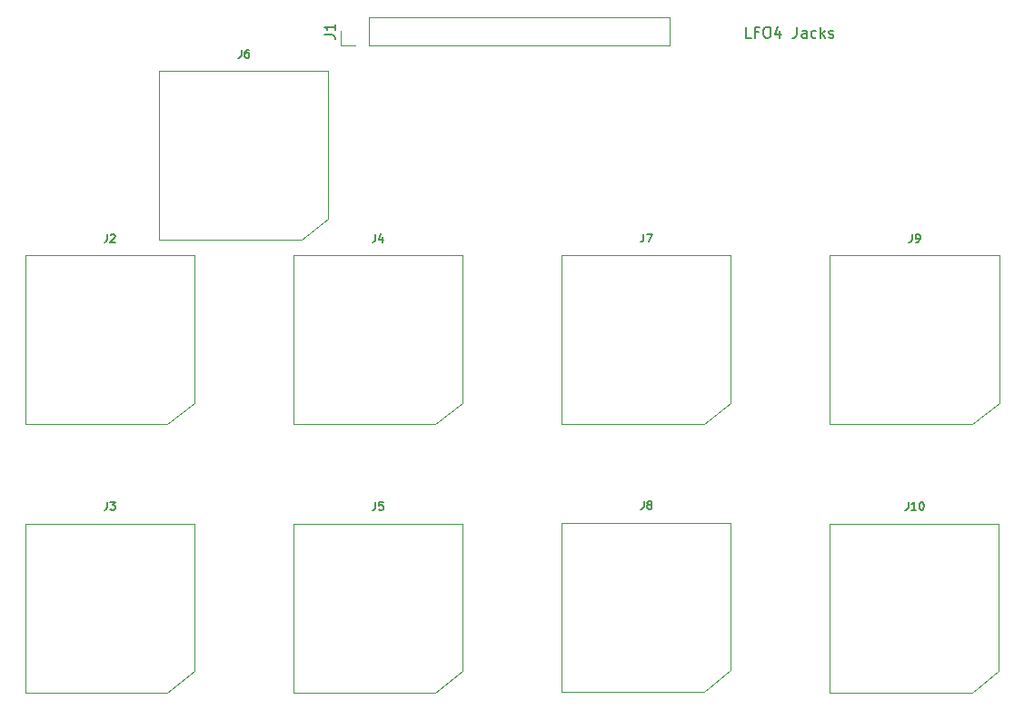
<source format=gbr>
%TF.GenerationSoftware,KiCad,Pcbnew,(5.1.9)-1*%
%TF.CreationDate,2021-08-20T18:58:32+01:00*%
%TF.ProjectId,KOSMOS LFO6 Jack Panel,4b4f534d-4f53-4204-9c46-4f36204a6163,rev?*%
%TF.SameCoordinates,Original*%
%TF.FileFunction,Legend,Top*%
%TF.FilePolarity,Positive*%
%FSLAX46Y46*%
G04 Gerber Fmt 4.6, Leading zero omitted, Abs format (unit mm)*
G04 Created by KiCad (PCBNEW (5.1.9)-1) date 2021-08-20 18:58:32*
%MOMM*%
%LPD*%
G01*
G04 APERTURE LIST*
%ADD10C,0.150000*%
%ADD11C,0.120000*%
G04 APERTURE END LIST*
D10*
X86208571Y-18492380D02*
X85732380Y-18492380D01*
X85732380Y-17492380D01*
X86875238Y-17968571D02*
X86541904Y-17968571D01*
X86541904Y-18492380D02*
X86541904Y-17492380D01*
X87018095Y-17492380D01*
X87589523Y-17492380D02*
X87780000Y-17492380D01*
X87875238Y-17540000D01*
X87970476Y-17635238D01*
X88018095Y-17825714D01*
X88018095Y-18159047D01*
X87970476Y-18349523D01*
X87875238Y-18444761D01*
X87780000Y-18492380D01*
X87589523Y-18492380D01*
X87494285Y-18444761D01*
X87399047Y-18349523D01*
X87351428Y-18159047D01*
X87351428Y-17825714D01*
X87399047Y-17635238D01*
X87494285Y-17540000D01*
X87589523Y-17492380D01*
X88875238Y-17825714D02*
X88875238Y-18492380D01*
X88637142Y-17444761D02*
X88399047Y-18159047D01*
X89018095Y-18159047D01*
X90446666Y-17492380D02*
X90446666Y-18206666D01*
X90399047Y-18349523D01*
X90303809Y-18444761D01*
X90160952Y-18492380D01*
X90065714Y-18492380D01*
X91351428Y-18492380D02*
X91351428Y-17968571D01*
X91303809Y-17873333D01*
X91208571Y-17825714D01*
X91018095Y-17825714D01*
X90922857Y-17873333D01*
X91351428Y-18444761D02*
X91256190Y-18492380D01*
X91018095Y-18492380D01*
X90922857Y-18444761D01*
X90875238Y-18349523D01*
X90875238Y-18254285D01*
X90922857Y-18159047D01*
X91018095Y-18111428D01*
X91256190Y-18111428D01*
X91351428Y-18063809D01*
X92256190Y-18444761D02*
X92160952Y-18492380D01*
X91970476Y-18492380D01*
X91875238Y-18444761D01*
X91827619Y-18397142D01*
X91780000Y-18301904D01*
X91780000Y-18016190D01*
X91827619Y-17920952D01*
X91875238Y-17873333D01*
X91970476Y-17825714D01*
X92160952Y-17825714D01*
X92256190Y-17873333D01*
X92684761Y-18492380D02*
X92684761Y-17492380D01*
X92780000Y-18111428D02*
X93065714Y-18492380D01*
X93065714Y-17825714D02*
X92684761Y-18206666D01*
X93446666Y-18444761D02*
X93541904Y-18492380D01*
X93732380Y-18492380D01*
X93827619Y-18444761D01*
X93875238Y-18349523D01*
X93875238Y-18301904D01*
X93827619Y-18206666D01*
X93732380Y-18159047D01*
X93589523Y-18159047D01*
X93494285Y-18111428D01*
X93446666Y-18016190D01*
X93446666Y-17968571D01*
X93494285Y-17873333D01*
X93589523Y-17825714D01*
X93732380Y-17825714D01*
X93827619Y-17873333D01*
D11*
%TO.C,J1*%
X47970000Y-19210000D02*
X47970000Y-17880000D01*
X49300000Y-19210000D02*
X47970000Y-19210000D01*
X50570000Y-19210000D02*
X50570000Y-16550000D01*
X50570000Y-16550000D02*
X78570000Y-16550000D01*
X50570000Y-19210000D02*
X78570000Y-19210000D01*
X78570000Y-19210000D02*
X78570000Y-16550000D01*
%TO.C,J2*%
X31780000Y-54550000D02*
X18530000Y-54550000D01*
X34280000Y-38800000D02*
X34280000Y-52500000D01*
X34280000Y-52500000D02*
X34280000Y-52550000D01*
X18530000Y-38800000D02*
X34280000Y-38800000D01*
X18530000Y-54550000D02*
X18530000Y-38800000D01*
X34280000Y-52550000D02*
X31780000Y-54550000D01*
%TO.C,J3*%
X34280000Y-77540000D02*
X31780000Y-79540000D01*
X18530000Y-79540000D02*
X18530000Y-63790000D01*
X18530000Y-63790000D02*
X34280000Y-63790000D01*
X34280000Y-77490000D02*
X34280000Y-77540000D01*
X34280000Y-63790000D02*
X34280000Y-77490000D01*
X31780000Y-79540000D02*
X18530000Y-79540000D01*
%TO.C,J4*%
X56760000Y-54550000D02*
X43510000Y-54550000D01*
X59260000Y-38800000D02*
X59260000Y-52500000D01*
X59260000Y-52500000D02*
X59260000Y-52550000D01*
X43510000Y-38800000D02*
X59260000Y-38800000D01*
X43510000Y-54550000D02*
X43510000Y-38800000D01*
X59260000Y-52550000D02*
X56760000Y-54550000D01*
%TO.C,J5*%
X59280000Y-77530000D02*
X56780000Y-79530000D01*
X43530000Y-79530000D02*
X43530000Y-63780000D01*
X43530000Y-63780000D02*
X59280000Y-63780000D01*
X59280000Y-77480000D02*
X59280000Y-77530000D01*
X59280000Y-63780000D02*
X59280000Y-77480000D01*
X56780000Y-79530000D02*
X43530000Y-79530000D01*
%TO.C,J6*%
X44280000Y-37360000D02*
X31030000Y-37360000D01*
X46780000Y-21610000D02*
X46780000Y-35310000D01*
X46780000Y-35310000D02*
X46780000Y-35360000D01*
X31030000Y-21610000D02*
X46780000Y-21610000D01*
X31030000Y-37360000D02*
X31030000Y-21610000D01*
X46780000Y-35360000D02*
X44280000Y-37360000D01*
%TO.C,J7*%
X81780000Y-54540000D02*
X68530000Y-54540000D01*
X84280000Y-38790000D02*
X84280000Y-52490000D01*
X84280000Y-52490000D02*
X84280000Y-52540000D01*
X68530000Y-38790000D02*
X84280000Y-38790000D01*
X68530000Y-54540000D02*
X68530000Y-38790000D01*
X84280000Y-52540000D02*
X81780000Y-54540000D01*
%TO.C,J8*%
X84290000Y-77450000D02*
X81790000Y-79450000D01*
X68540000Y-79450000D02*
X68540000Y-63700000D01*
X68540000Y-63700000D02*
X84290000Y-63700000D01*
X84290000Y-77400000D02*
X84290000Y-77450000D01*
X84290000Y-63700000D02*
X84290000Y-77400000D01*
X81790000Y-79450000D02*
X68540000Y-79450000D01*
%TO.C,J9*%
X106790000Y-54550000D02*
X93540000Y-54550000D01*
X109290000Y-38800000D02*
X109290000Y-52500000D01*
X109290000Y-52500000D02*
X109290000Y-52550000D01*
X93540000Y-38800000D02*
X109290000Y-38800000D01*
X93540000Y-54550000D02*
X93540000Y-38800000D01*
X109290000Y-52550000D02*
X106790000Y-54550000D01*
%TO.C,J10*%
X109280000Y-77540000D02*
X106780000Y-79540000D01*
X93530000Y-79540000D02*
X93530000Y-63790000D01*
X93530000Y-63790000D02*
X109280000Y-63790000D01*
X109280000Y-77490000D02*
X109280000Y-77540000D01*
X109280000Y-63790000D02*
X109280000Y-77490000D01*
X106780000Y-79540000D02*
X93530000Y-79540000D01*
%TO.C,J1*%
D10*
X46422380Y-18213333D02*
X47136666Y-18213333D01*
X47279523Y-18260952D01*
X47374761Y-18356190D01*
X47422380Y-18499047D01*
X47422380Y-18594285D01*
X47422380Y-17213333D02*
X47422380Y-17784761D01*
X47422380Y-17499047D02*
X46422380Y-17499047D01*
X46565238Y-17594285D01*
X46660476Y-17689523D01*
X46708095Y-17784761D01*
%TO.C,J2*%
X26180000Y-36789285D02*
X26180000Y-37325000D01*
X26144285Y-37432142D01*
X26072857Y-37503571D01*
X25965714Y-37539285D01*
X25894285Y-37539285D01*
X26501428Y-36860714D02*
X26537142Y-36825000D01*
X26608571Y-36789285D01*
X26787142Y-36789285D01*
X26858571Y-36825000D01*
X26894285Y-36860714D01*
X26930000Y-36932142D01*
X26930000Y-37003571D01*
X26894285Y-37110714D01*
X26465714Y-37539285D01*
X26930000Y-37539285D01*
%TO.C,J3*%
X26180000Y-61779285D02*
X26180000Y-62315000D01*
X26144285Y-62422142D01*
X26072857Y-62493571D01*
X25965714Y-62529285D01*
X25894285Y-62529285D01*
X26465714Y-61779285D02*
X26930000Y-61779285D01*
X26680000Y-62065000D01*
X26787142Y-62065000D01*
X26858571Y-62100714D01*
X26894285Y-62136428D01*
X26930000Y-62207857D01*
X26930000Y-62386428D01*
X26894285Y-62457857D01*
X26858571Y-62493571D01*
X26787142Y-62529285D01*
X26572857Y-62529285D01*
X26501428Y-62493571D01*
X26465714Y-62457857D01*
%TO.C,J4*%
X51160000Y-36789285D02*
X51160000Y-37325000D01*
X51124285Y-37432142D01*
X51052857Y-37503571D01*
X50945714Y-37539285D01*
X50874285Y-37539285D01*
X51838571Y-37039285D02*
X51838571Y-37539285D01*
X51660000Y-36753571D02*
X51481428Y-37289285D01*
X51945714Y-37289285D01*
%TO.C,J5*%
X51180000Y-61769285D02*
X51180000Y-62305000D01*
X51144285Y-62412142D01*
X51072857Y-62483571D01*
X50965714Y-62519285D01*
X50894285Y-62519285D01*
X51894285Y-61769285D02*
X51537142Y-61769285D01*
X51501428Y-62126428D01*
X51537142Y-62090714D01*
X51608571Y-62055000D01*
X51787142Y-62055000D01*
X51858571Y-62090714D01*
X51894285Y-62126428D01*
X51930000Y-62197857D01*
X51930000Y-62376428D01*
X51894285Y-62447857D01*
X51858571Y-62483571D01*
X51787142Y-62519285D01*
X51608571Y-62519285D01*
X51537142Y-62483571D01*
X51501428Y-62447857D01*
%TO.C,J6*%
X38680000Y-19599285D02*
X38680000Y-20135000D01*
X38644285Y-20242142D01*
X38572857Y-20313571D01*
X38465714Y-20349285D01*
X38394285Y-20349285D01*
X39358571Y-19599285D02*
X39215714Y-19599285D01*
X39144285Y-19635000D01*
X39108571Y-19670714D01*
X39037142Y-19777857D01*
X39001428Y-19920714D01*
X39001428Y-20206428D01*
X39037142Y-20277857D01*
X39072857Y-20313571D01*
X39144285Y-20349285D01*
X39287142Y-20349285D01*
X39358571Y-20313571D01*
X39394285Y-20277857D01*
X39430000Y-20206428D01*
X39430000Y-20027857D01*
X39394285Y-19956428D01*
X39358571Y-19920714D01*
X39287142Y-19885000D01*
X39144285Y-19885000D01*
X39072857Y-19920714D01*
X39037142Y-19956428D01*
X39001428Y-20027857D01*
%TO.C,J7*%
X76180000Y-36779285D02*
X76180000Y-37315000D01*
X76144285Y-37422142D01*
X76072857Y-37493571D01*
X75965714Y-37529285D01*
X75894285Y-37529285D01*
X76465714Y-36779285D02*
X76965714Y-36779285D01*
X76644285Y-37529285D01*
%TO.C,J8*%
X76190000Y-61689285D02*
X76190000Y-62225000D01*
X76154285Y-62332142D01*
X76082857Y-62403571D01*
X75975714Y-62439285D01*
X75904285Y-62439285D01*
X76654285Y-62010714D02*
X76582857Y-61975000D01*
X76547142Y-61939285D01*
X76511428Y-61867857D01*
X76511428Y-61832142D01*
X76547142Y-61760714D01*
X76582857Y-61725000D01*
X76654285Y-61689285D01*
X76797142Y-61689285D01*
X76868571Y-61725000D01*
X76904285Y-61760714D01*
X76940000Y-61832142D01*
X76940000Y-61867857D01*
X76904285Y-61939285D01*
X76868571Y-61975000D01*
X76797142Y-62010714D01*
X76654285Y-62010714D01*
X76582857Y-62046428D01*
X76547142Y-62082142D01*
X76511428Y-62153571D01*
X76511428Y-62296428D01*
X76547142Y-62367857D01*
X76582857Y-62403571D01*
X76654285Y-62439285D01*
X76797142Y-62439285D01*
X76868571Y-62403571D01*
X76904285Y-62367857D01*
X76940000Y-62296428D01*
X76940000Y-62153571D01*
X76904285Y-62082142D01*
X76868571Y-62046428D01*
X76797142Y-62010714D01*
%TO.C,J9*%
X101190000Y-36789285D02*
X101190000Y-37325000D01*
X101154285Y-37432142D01*
X101082857Y-37503571D01*
X100975714Y-37539285D01*
X100904285Y-37539285D01*
X101582857Y-37539285D02*
X101725714Y-37539285D01*
X101797142Y-37503571D01*
X101832857Y-37467857D01*
X101904285Y-37360714D01*
X101940000Y-37217857D01*
X101940000Y-36932142D01*
X101904285Y-36860714D01*
X101868571Y-36825000D01*
X101797142Y-36789285D01*
X101654285Y-36789285D01*
X101582857Y-36825000D01*
X101547142Y-36860714D01*
X101511428Y-36932142D01*
X101511428Y-37110714D01*
X101547142Y-37182142D01*
X101582857Y-37217857D01*
X101654285Y-37253571D01*
X101797142Y-37253571D01*
X101868571Y-37217857D01*
X101904285Y-37182142D01*
X101940000Y-37110714D01*
%TO.C,J10*%
X100822857Y-61779285D02*
X100822857Y-62315000D01*
X100787142Y-62422142D01*
X100715714Y-62493571D01*
X100608571Y-62529285D01*
X100537142Y-62529285D01*
X101572857Y-62529285D02*
X101144285Y-62529285D01*
X101358571Y-62529285D02*
X101358571Y-61779285D01*
X101287142Y-61886428D01*
X101215714Y-61957857D01*
X101144285Y-61993571D01*
X102037142Y-61779285D02*
X102108571Y-61779285D01*
X102180000Y-61815000D01*
X102215714Y-61850714D01*
X102251428Y-61922142D01*
X102287142Y-62065000D01*
X102287142Y-62243571D01*
X102251428Y-62386428D01*
X102215714Y-62457857D01*
X102180000Y-62493571D01*
X102108571Y-62529285D01*
X102037142Y-62529285D01*
X101965714Y-62493571D01*
X101930000Y-62457857D01*
X101894285Y-62386428D01*
X101858571Y-62243571D01*
X101858571Y-62065000D01*
X101894285Y-61922142D01*
X101930000Y-61850714D01*
X101965714Y-61815000D01*
X102037142Y-61779285D01*
%TD*%
M02*

</source>
